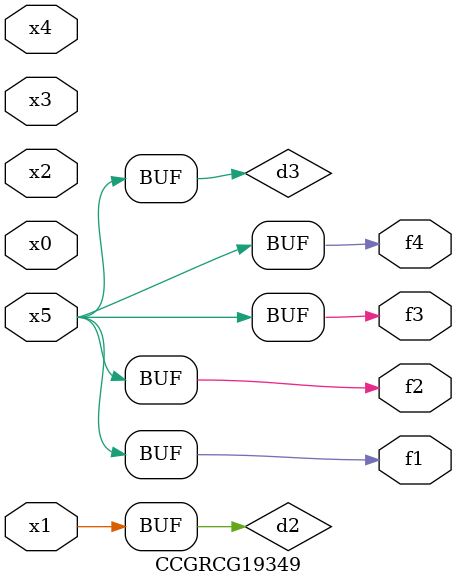
<source format=v>
module CCGRCG19349(
	input x0, x1, x2, x3, x4, x5,
	output f1, f2, f3, f4
);

	wire d1, d2, d3;

	not (d1, x5);
	or (d2, x1);
	xnor (d3, d1);
	assign f1 = d3;
	assign f2 = d3;
	assign f3 = d3;
	assign f4 = d3;
endmodule

</source>
